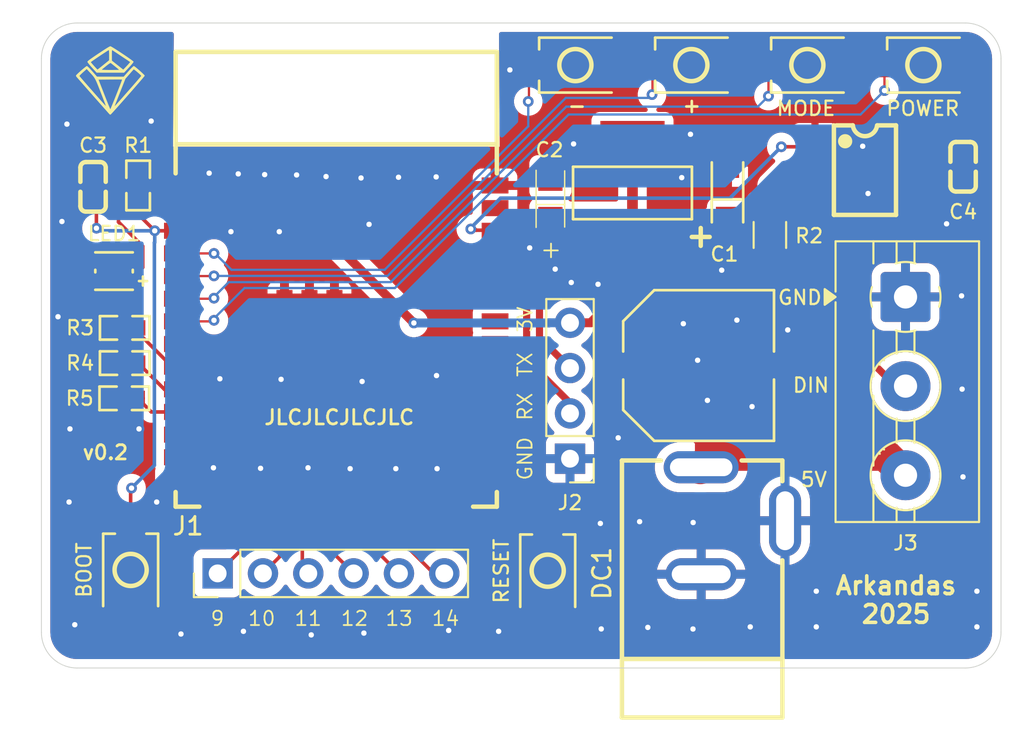
<source format=kicad_pcb>
(kicad_pcb (version 20241229) (generator "pcbnew") (generator_version "9.0")
  (layers (0 "F.Cu" signal "Front") (2 "B.Cu" signal "Back") (13 "F.Paste" user) (15 "B.Paste" user) (5 "F.SilkS" user "F.Silkscreen") (7 "B.SilkS" user "B.Silkscreen") (1 "F.Mask" user) (3 "B.Mask" user) (25 "Edge.Cuts" user))
  (net 0 "")
  (net 1 "GND")
  (net 2 "+5V")
  (net 3 "+3V3")
  (net 4 "Net-(U2-EN)")
  (net 5 "Net-(J1-Pin_6)")
  (net 6 "Net-(J1-Pin_5)")
  (net 7 "Net-(J1-Pin_4)")
  (net 8 "Net-(J1-Pin_3)")
  (net 9 "Net-(J1-Pin_1)")
  (net 10 "Net-(J1-Pin_2)")
  (net 11 "Net-(J2-Pin_2)")
  (net 12 "Net-(J2-Pin_3)")
  (net 13 "Net-(J3-Pin_2)")
  (net 14 "Net-(LED1---Pad1)")
  (net 15 "Net-(LED1---Pad2)")
  (net 16 "Net-(LED1---Pad4)")
  (net 17 "Net-(U4-1Y)")
  (net 18 "Net-(U2-IO17)")
  (net 19 "Net-(U2-IO18)")
  (net 20 "Net-(U2-IO16)")
  (net 21 "Net-(U2-IO0)")
  (net 25 "IO2")
  (net 31 "IO4")
  (net 33 "IO5")
  (net 35 "IO6")
  (net 36 "IO7")
  (footprint "easyeda2kicad:WIFIM-SMD_ESP32-S3-WROOM-1-N8" (layer "F.Cu") (at 178.1 91.2)
    (property "Reference" "U2" (hide yes))
    (property "Value" "ESP32-S3-WROOM-1-N8" (hide yes))
    (pad "1" smd rect (at -8.9 -8.95) (size 1.5 0.9) (layers "F.Cu" "F.Mask" "F.Paste") (net 1 "GND"))
    (pad "2" smd rect (at -8.9 -7.68) (size 1.5 0.9) (layers "F.Cu" "F.Mask" "F.Paste") (net 3 "+3V3"))
    (pad "3" smd rect (at -8.9 -6.41) (size 1.5 0.9) (layers "F.Cu" "F.Mask" "F.Paste") (net 4 "Net-(U2-EN)"))
    (pad "4" smd rect (at -8.9 -5.14) (size 1.5 0.9) (layers "F.Cu" "F.Mask" "F.Paste") (net 31 "IO4"))
    (pad "5" smd rect (at -8.9 -3.87) (size 1.5 0.9) (layers "F.Cu" "F.Mask" "F.Paste") (net 33 "IO5"))
    (pad "6" smd rect (at -8.9 -2.6) (size 1.5 0.9) (layers "F.Cu" "F.Mask" "F.Paste") (net 35 "IO6"))
    (pad "7" smd rect (at -8.9 -1.33) (size 1.5 0.9) (layers "F.Cu" "F.Mask" "F.Paste") (net 36 "IO7"))
    (pad "8" smd rect (at -8.9 -0.06) (size 1.5 0.9) (layers "F.Cu" "F.Mask" "F.Paste"))
    (pad "9" smd rect (at -8.9 1.21) (size 1.5 0.9) (layers "F.Cu" "F.Mask" "F.Paste") (net 20 "Net-(U2-IO16)"))
    (pad "10" smd rect (at -8.9 2.48) (size 1.5 0.9) (layers "F.Cu" "F.Mask" "F.Paste") (net 18 "Net-(U2-IO17)"))
    (pad "11" smd rect (at -8.9 3.75) (size 1.5 0.9) (layers "F.Cu" "F.Mask" "F.Paste") (net 19 "Net-(U2-IO18)"))
    (pad "12" smd rect (at -8.9 5.02) (size 1.5 0.9) (layers "F.Cu" "F.Mask" "F.Paste"))
    (pad "13" smd rect (at -8.9 6.29) (size 1.5 0.9) (layers "F.Cu" "F.Mask" "F.Paste"))
    (pad "14" smd rect (at -8.9 7.56) (size 1.5 0.9) (layers "F.Cu" "F.Mask" "F.Paste"))
    (pad "15" smd rect (at -6.98 8.95) (size 0.9 1.5) (layers "F.Cu" "F.Mask" "F.Paste"))
    (pad "16" smd rect (at -5.71 8.95) (size 0.9 1.5) (layers "F.Cu" "F.Mask" "F.Paste"))
    (pad "17" smd rect (at -4.44 8.95) (size 0.9 1.5) (layers "F.Cu" "F.Mask" "F.Paste") (net 9 "Net-(J1-Pin_1)"))
    (pad "18" smd rect (at -3.17 8.95) (size 0.9 1.5) (layers "F.Cu" "F.Mask" "F.Paste") (net 10 "Net-(J1-Pin_2)"))
    (pad "19" smd rect (at -1.9 8.95) (size 0.9 1.5) (layers "F.Cu" "F.Mask" "F.Paste") (net 8 "Net-(J1-Pin_3)"))
    (pad "20" smd rect (at -0.63 8.95) (size 0.9 1.5) (layers "F.Cu" "F.Mask" "F.Paste") (net 7 "Net-(J1-Pin_4)"))
    (pad "21" smd rect (at 0.64 8.95) (size 0.9 1.5) (layers "F.Cu" "F.Mask" "F.Paste") (net 6 "Net-(J1-Pin_5)"))
    (pad "22" smd rect (at 1.91 8.95) (size 0.9 1.5) (layers "F.Cu" "F.Mask" "F.Paste") (net 5 "Net-(J1-Pin_6)"))
    (pad "23" smd rect (at 3.18 8.95) (size 0.9 1.5) (layers "F.Cu" "F.Mask" "F.Paste"))
    (pad "24" smd rect (at 4.45 8.95) (size 0.9 1.5) (layers "F.Cu" "F.Mask" "F.Paste"))
    (pad "25" smd rect (at 5.72 8.95) (size 0.9 1.5) (layers "F.Cu" "F.Mask" "F.Paste"))
    (pad "26" smd rect (at 6.99 8.95) (size 0.9 1.5) (layers "F.Cu" "F.Mask" "F.Paste"))
    (pad "27" smd rect (at 8.9 7.56) (size 1.5 0.9) (layers "F.Cu" "F.Mask" "F.Paste") (net 21 "Net-(U2-IO0)"))
    (pad "28" smd rect (at 8.9 6.29) (size 1.5 0.9) (layers "F.Cu" "F.Mask" "F.Paste"))
    (pad "29" smd rect (at 8.9 5.02) (size 1.5 0.9) (layers "F.Cu" "F.Mask" "F.Paste"))
    (pad "30" smd rect (at 8.9 3.75) (size 1.5 0.9) (layers "F.Cu" "F.Mask" "F.Paste"))
    (pad "31" smd rect (at 8.9 2.48) (size 1.5 0.9) (layers "F.Cu" "F.Mask" "F.Paste"))
    (pad "32" smd rect (at 8.9 1.21) (size 1.5 0.9) (layers "F.Cu" "F.Mask" "F.Paste"))
    (pad "33" smd rect (at 8.9 -0.06) (size 1.5 0.9) (layers "F.Cu" "F.Mask" "F.Paste"))
    (pad "34" smd rect (at 8.9 -1.33) (size 1.5 0.9) (layers "F.Cu" "F.Mask" "F.Paste"))
    (pad "35" smd rect (at 8.9 -2.6) (size 1.5 0.9) (layers "F.Cu" "F.Mask" "F.Paste"))
    (pad "36" smd rect (at 8.9 -3.87) (size 1.5 0.9) (layers "F.Cu" "F.Mask" "F.Paste") (net 11 "Net-(J2-Pin_2)"))
    (pad "37" smd rect (at 8.9 -5.14) (size 1.5 0.9) (layers "F.Cu" "F.Mask" "F.Paste") (net 12 "Net-(J2-Pin_3)"))
    (pad "38" smd rect (at 8.9 -6.41) (size 1.5 0.9) (layers "F.Cu" "F.Mask" "F.Paste") (net 25 "IO2"))
    (pad "39" smd rect (at 8.9 -7.68) (size 1.5 0.9) (layers "F.Cu" "F.Mask" "F.Paste"))
    (pad "40" smd rect (at 8.9 -8.95) (size 1.5 0.9) (layers "F.Cu" "F.Mask" "F.Paste") (net 1 "GND"))
    (pad "41" smd rect (at -2.9 -2.64 90) (size 0.9 0.9) (layers "F.Cu" "F.Mask" "F.Paste") (net 1 "GND"))
    (pad "41" smd rect (at -2.9 -1.24 90) (size 0.9 0.9) (layers "F.Cu" "F.Mask" "F.Paste") (net 1 "GND"))
    (pad "41" smd rect (at -2.9 0.16 90) (size 0.9 0.9) (layers "F.Cu" "F.Mask" "F.Paste") (net 1 "GND"))
    (pad "41" smd rect (at -1.5 -2.64 90) (size 0.9 0.9) (layers "F.Cu" "F.Mask" "F.Paste") (net 1 "GND"))
    (pad "41" smd rect (at -1.5 -1.24 90) (size 0.9 0.9) (layers "F.Cu" "F.Mask" "F.Paste") (net 1 "GND"))
    (pad "41" smd rect (at -1.5 0.16 90) (size 0.9 0.9) (layers "F.Cu" "F.Mask" "F.Paste") (net 1 "GND"))
    (pad "41" smd rect (at -0.1 -2.64 90) (size 0.9 0.9) (layers "F.Cu" "F.Mask" "F.Paste") (net 1 "GND"))
    (pad "41" smd rect (at -0.1 -1.24 90) (size 0.9 0.9) (layers "F.Cu" "F.Mask" "F.Paste") (net 1 "GND"))
    (pad "41" smd rect (at -0.1 0.16 90) (size 0.9 0.9) (layers "F.Cu" "F.Mask" "F.Paste") (net 1 "GND"))
  )
  (footprint "easyeda2kicad:SW-SMD_L3.9-W3.0-P4.45" (layer "F.Cu") (at 166.58 103.8067 -90)
    (property "Reference" "SW1" (hide yes))
    (property "Value" "BOOT" (hide yes))
    (pad "1" smd rect (at -2.18 0 270) (size 1.23 1.36) (layers "F.Cu" "F.Mask" "F.Paste") (net 4 "Net-(U2-EN)"))
    (pad "2" smd rect (at 2.18 0 270) (size 1.23 1.36) (layers "F.Cu" "F.Mask" "F.Paste") (net 1 "GND"))
  )
  (footprint "easyeda2kicad:SW-SMD_L3.9-W3.0-P4.45" (layer "F.Cu") (at 211 75.5)
    (property "Reference" "SW6" (hide yes))
    (property "Value" "POWER" (hide yes))
    (pad "1" smd rect (at -2.18 0) (size 1.23 1.36) (layers "F.Cu" "F.Mask" "F.Paste") (net 36 "IO7"))
    (pad "2" smd rect (at 2.18 0) (size 1.23 1.36) (layers "F.Cu" "F.Mask" "F.Paste") (net 1 "GND"))
  )
  (footprint "Resistor_SMD:R_1206_3216Metric" (layer "F.Cu") (at 202.4 85.025 -90)
    (property "Reference" "R2" (at 0.05 -2.2 0) (layer "F.SilkS") (effects (font (size 0.8 0.8) (thickness 0.125))))
    (property "Value" "62R" (hide yes))
    (pad "1" smd roundrect (at -1.4625 0 270) (size 1.125 1.75) (layers "F.Cu" "F.Mask" "F.Paste") (roundrect_rratio 0.222222) (net 17 "Net-(U4-1Y)"))
    (pad "2" smd roundrect (at 1.4625 0 270) (size 1.125 1.75) (layers "F.Cu" "F.Mask" "F.Paste") (roundrect_rratio 0.222222) (net 13 "Net-(J3-Pin_2)"))
  )
  (footprint "easyeda2kicad:C0603" (layer "F.Cu") (at 213.2267 81.2 -90)
    (property "Reference" "C4" (at 2.525 0 0) (layer "F.SilkS") (effects (font (size 0.8 0.8) (thickness 0.125))))
    (property "Value" "1uf")
    (pad "1" smd rect (at -0.7 0 270) (size 0.8 0.9) (layers "F.Cu" "F.Mask" "F.Paste") (net 1 "GND"))
    (pad "2" smd rect (at 0.7 0 270) (size 0.8 0.9) (layers "F.Cu" "F.Mask" "F.Paste") (net 2 "+5V"))
  )
  (footprint "easyeda2kicad:LED-ARRAY-SMD_4P-L2.1-W2.1-TL_NH-B2020RGBA" (layer "F.Cu") (at 165.65 87.05)
    (property "Reference" "LED1" (at 0 -2.1 0) (layer "F.SilkS") (effects (font (size 0.8 0.8) (thickness 0.125))))
    (property "Value" "NH-B2020RGBA-HF" (hide yes))
    (pad "1" smd rect (at -0.85 -0.55) (size 0.8 0.7) (layers "F.Cu" "F.Mask" "F.Paste") (net 14 "Net-(LED1---Pad1)"))
    (pad "2" smd rect (at 0.85 -0.55) (size 0.8 0.7) (layers "F.Cu" "F.Mask" "F.Paste") (net 15 "Net-(LED1---Pad2)"))
    (pad "3" smd rect (at 0.85 0.55) (size 0.8 0.7) (layers "F.Cu" "F.Mask" "F.Paste") (net 3 "+3V3"))
    (pad "4" smd rect (at -0.85 0.55) (size 0.8 0.7) (layers "F.Cu" "F.Mask" "F.Paste") (net 16 "Net-(LED1---Pad4)"))
  )
  (footprint "Connector_PinHeader_2.54mm:PinHeader_1x04_P2.54mm_Vertical" (layer "F.Cu") (at 191.2 97.57 180)
    (property "Reference" "J2" (at 0 -2.47 0) (layer "F.SilkS") (effects (font (size 0.8 0.8) (thickness 0.125))))
    (property "Value" "Prog")
    (pad "1" thru_hole rect (at 0 0 180) (size 1.7 1.7) (drill 1) (layers "*.Cu" "*.Mask") (net 1 "GND"))
    (pad "2" thru_hole oval (at 0 2.54 180) (size 1.7 1.7) (drill 1) (layers "*.Cu" "*.Mask") (net 11 "Net-(J2-Pin_2)"))
    (pad "3" thru_hole oval (at 0 5.08 180) (size 1.7 1.7) (drill 1) (layers "*.Cu" "*.Mask") (net 12 "Net-(J2-Pin_3)"))
    (pad "4" thru_hole oval (at 0 7.62 180) (size 1.7 1.7) (drill 1) (layers "*.Cu" "*.Mask") (net 3 "+3V3"))
  )
  (footprint "easyeda2kicad:SW-SMD_L3.9-W3.0-P4.45" (layer "F.Cu") (at 189.95 103.85 -90)
    (property "Reference" "SW2" (hide yes))
    (property "Value" "RESET" (hide yes))
    (pad "1" smd rect (at -2.18 0 270) (size 1.23 1.36) (layers "F.Cu" "F.Mask" "F.Paste") (net 21 "Net-(U2-IO0)"))
    (pad "2" smd rect (at 2.18 0 270) (size 1.23 1.36) (layers "F.Cu" "F.Mask" "F.Paste") (net 1 "GND"))
  )
  (footprint "TerminalBlock:TerminalBlock_MaiXu_MX126-5.0-03P_1x03_P5.00mm" (layer "F.Cu") (at 210 88.5 -90)
    (property "Reference" "J3" (at 13.8 0 0) (layer "F.SilkS") (effects (font (size 0.8 0.8) (thickness 0.125))))
    (property "Value" "LED_Conn" (hide yes))
    (pad "1" thru_hole roundrect (at 0 0 270) (size 2.8 2.8) (drill 1.3) (layers "*.Cu" "*.Mask") (roundrect_rratio 0.089286) (net 1 "GND"))
    (pad "2" thru_hole circle (at 5 0 270) (size 2.8 2.8) (drill 1.3) (layers "*.Cu" "*.Mask") (net 13 "Net-(J3-Pin_2)"))
    (pad "3" thru_hole circle (at 10 0 270) (size 2.8 2.8) (drill 1.3) (layers "*.Cu" "*.Mask") (net 2 "+5V"))
  )
  (footprint "easyeda2kicad:R0603" (layer "F.Cu") (at 166.25 92.21)
    (property "Reference" "R4" (at -2.5 0 0) (layer "F.SilkS") (effects (font (size 0.8 0.8) (thickness 0.125))))
    (property "Value" "180R" (hide yes))
    (pad "1" smd rect (at -0.75 0) (size 0.81 0.86) (layers "F.Cu" "F.Mask" "F.Paste") (net 14 "Net-(LED1---Pad1)"))
    (pad "2" smd rect (at 0.75 0) (size 0.81 0.86) (layers "F.Cu" "F.Mask" "F.Paste") (net 18 "Net-(U2-IO17)"))
  )
  (footprint "easyeda2kicad:CAP-SMD_BD8.0-L8.3-W8.3-LS9.1-FD" (layer "F.Cu") (at 198.41 92.35)
    (property "Reference" "U3" (hide yes))
    (property "Value" "1000uf")
    (pad "1" smd rect (at -3.29 0 180) (size 3.61 1.26) (layers "F.Cu" "F.Mask" "F.Paste") (net 2 "+5V"))
    (pad "2" smd rect (at 3.29 0 180) (size 3.61 1.26) (layers "F.Cu" "F.Mask" "F.Paste") (net 1 "GND"))
  )
  (footprint "easyeda2kicad:CAP-SMD_L3.2-W1.6-RD-C7171" (layer "F.Cu") (at 200.025 82.635 90)
    (property "Reference" "C1" (at -3.465 -0.175 180) (layer "F.SilkS") (effects (font (size 0.8 0.8) (thickness 0.125))))
    (property "Value" "10uf" (hide yes))
    (pad "1" smd rect (at -1.69 0 270) (size 1.76 1.3) (layers "F.Cu" "F.Mask" "F.Paste") (net 2 "+5V"))
    (pad "2" smd rect (at 1.69 0 270) (size 1.76 1.3) (layers "F.Cu" "F.Mask" "F.Paste") (net 1 "GND"))
  )
  (footprint "easyeda2kicad:TSSOP-14_L5.0-W4.4-P0.65-LS6.4-BL" (layer "F.Cu") (at 207.7267 81.4 -90)
    (property "Reference" "U4" (hide yes))
    (property "Value" "SN74AHCT125PWR" (hide yes))
    (pad "1" smd rect (at -1.95 2.8 270) (size 0.4 1.7) (layers "F.Cu" "F.Mask" "F.Paste") (net 1 "GND"))
    (pad "2" smd rect (at -1.3 2.8 270) (size 0.4 1.7) (layers "F.Cu" "F.Mask" "F.Paste") (net 25 "IO2"))
    (pad "3" smd rect (at -0.65 2.8 270) (size 0.4 1.7) (layers "F.Cu" "F.Mask" "F.Paste") (net 17 "Net-(U4-1Y)"))
    (pad "4" smd rect (at 0 2.8 270) (size 0.4 1.7) (layers "F.Cu" "F.Mask" "F.Paste") (net 2 "+5V"))
    (pad "5" smd rect (at 0.65 2.8 270) (size 0.4 1.7) (layers "F.Cu" "F.Mask" "F.Paste") (net 1 "GND"))
    (pad "6" smd rect (at 1.3 2.8 270) (size 0.4 1.7) (layers "F.Cu" "F.Mask" "F.Paste"))
    (pad "7" smd rect (at 1.95 2.8 270) (size 0.4 1.7) (layers "F.Cu" "F.Mask" "F.Paste") (net 1 "GND"))
    (pad "8" smd rect (at 1.95 -2.8 270) (size 0.4 1.7) (layers "F.Cu" "F.Mask" "F.Paste"))
    (pad "9" smd rect (at 1.3 -2.8 270) (size 0.4 1.7) (layers "F.Cu" "F.Mask" "F.Paste") (net 1 "GND"))
    (pad "10" smd rect (at 0.65 -2.8 270) (size 0.4 1.7) (layers "F.Cu" "F.Mask" "F.Paste") (net 2 "+5V"))
    (pad "11" smd rect (at 0 -2.8 270) (size 0.4 1.7) (layers "F.Cu" "F.Mask" "F.Paste"))
    (pad "12" smd rect (at -0.65 -2.8 270) (size 0.4 1.7) (layers "F.Cu" "F.Mask" "F.Paste") (net 1 "GND"))
    (pad "13" smd rect (at -1.3 -2.8 270) (size 0.4 1.7) (layers "F.Cu" "F.Mask" "F.Paste") (net 2 "+5V"))
    (pad "14" smd rect (at -1.95 -2.8 270) (size 0.4 1.7) (layers "F.Cu" "F.Mask" "F.Paste") (net 2 "+5V"))
  )
  (footprint "logos:logo2" (layer "F.Cu") (at 165.44 76.35)
    (property "Reference" "G***" (hide yes))
    (property "Value" "LOGO" (hide yes))
  )
  (footprint "easyeda2kicad:SOT-223-3_L6.5-W3.4-P2.30-LS7.0-BR" (layer "F.Cu") (at 194.7 82.77 -90)
    (property "Reference" "U1" (hide yes))
    (property "Value" "LM1117S-3.3" (hide yes))
    (pad "1" smd rect (at 2.97 2.3 270) (size 2.5 1.1) (layers "F.Cu" "F.Mask" "F.Paste") (net 1 "GND"))
    (pad "2" smd rect (at 2.97 0 270) (size 2.5 1.1) (layers "F.Cu" "F.Mask" "F.Paste") (net 3 "+3V3"))
    (pad "3" smd rect (at 2.97 -2.3 270) (size 2.5 1.1) (layers "F.Cu" "F.Mask" "F.Paste") (net 2 "+5V"))
    (pad "4" smd rect (at -2.97 0 270) (size 2.34 3.6) (layers "F.Cu" "F.Mask" "F.Paste") (net 3 "+3V3"))
  )
  (footprint "easyeda2kicad:R0603" (layer "F.Cu") (at 166.25 90.235)
    (property "Reference" "R3" (at -2.5 0 0) (layer "F.SilkS") (effects (font (size 0.8 0.8) (thickness 0.125))))
    (property "Value" "120R" (hide yes))
    (pad "1" smd rect (at -0.75 0) (size 0.81 0.86) (layers "F.Cu" "F.Mask" "F.Paste") (net 16 "Net-(LED1---Pad4)"))
    (pad "2" smd rect (at 0.75 0) (size 0.81 0.86) (layers "F.Cu" "F.Mask" "F.Paste") (net 20 "Net-(U2-IO16)"))
  )
  (footprint "Connector_PinHeader_2.54mm:PinHeader_1x06_P2.54mm_Vertical" (layer "F.Cu") (at 171.455 104.0017 90)
    (property "Reference" "J1" (at 2.6517 -1.655 180) (layer "F.SilkS"))
    (property "Value" "header" (hide yes))
    (pad "1" thru_hole rect (at 0 0 90) (size 1.7 1.7) (drill 1) (layers "*.Cu" "*.Mask") (net 9 "Net-(J1-Pin_1)"))
    (pad "2" thru_hole oval (at 0 2.54 90) (size 1.7 1.7) (drill 1) (layers "*.Cu" "*.Mask") (net 10 "Net-(J1-Pin_2)"))
    (pad "3" thru_hole oval (at 0 5.08 90) (size 1.7 1.7) (drill 1) (layers "*.Cu" "*.Mask") (net 8 "Net-(J1-Pin_3)"))
    (pad "4" thru_hole oval (at 0 7.62 90) (size 1.7 1.7) (drill 1) (layers "*.Cu" "*.Mask") (net 7 "Net-(J1-Pin_4)"))
    (pad "5" thru_hole oval (at 0 10.16 90) (size 1.7 1.7) (drill 1) (layers "*.Cu" "*.Mask") (net 6 "Net-(J1-Pin_5)"))
    (pad "6" thru_hole oval (at 0 12.7 90) (size 1.7 1.7) (drill 1) (layers "*.Cu" "*.Mask") (net 5 "Net-(J1-Pin_6)"))
  )
  (footprint "easyeda2kicad:R0603" (layer "F.Cu") (at 167 82.25 -90)
    (property "Reference" "R1" (at -2.25 0 0) (layer "F.SilkS") (effects (font (size 0.8 0.8) (thickness 0.125))))
    (property "Value" "10K" (hide yes))
    (pad "1" smd rect (at -0.75 0 270) (size 0.81 0.86) (layers "F.Cu" "F.Mask" "F.Paste") (net 3 "+3V3"))
    (pad "2" smd rect (at 0.75 0 270) (size 0.81 0.86) (layers "F.Cu" "F.Mask" "F.Paste") (net 4 "Net-(U2-EN)"))
  )
  (footprint "easyeda2kicad:R0603" (layer "F.Cu") (at 166.225 94.185)
    (property "Reference" "R5" (at -2.5 0 0) (layer "F.SilkS") (effects (font (size 0.8 0.8) (thickness 0.125))))
    (property "Value" "180R" (hide yes))
    (pad "1" smd rect (at -0.75 0) (size 0.81 0.86) (layers "F.Cu" "F.Mask" "F.Paste") (net 15 "Net-(LED1---Pad2)"))
    (pad "2" smd rect (at 0.75 0) (size 0.81 0.86) (layers "F.Cu" "F.Mask" "F.Paste") (net 19 "Net-(U2-IO18)"))
  )
  (footprint "easyeda2kicad:C0603" (layer "F.Cu") (at 164.475 82.325 -90)
    (property "Reference" "C3" (at -2.325 0 0) (layer "F.SilkS") (effects (font (size 0.8 0.8) (thickness 0.125))))
    (property "Value" "1uf" (hide yes))
    (pad "1" smd rect (at -0.7 0 270) (size 0.8 0.9) (layers "F.Cu" "F.Mask" "F.Paste") (net 1 "GND"))
    (pad "2" smd rect (at 0.7 0 270) (size 0.8 0.9) (layers "F.Cu" "F.Mask" "F.Paste") (net 4 "Net-(U2-EN)"))
  )
  (footprint "easyeda2kicad:SW-SMD_L3.9-W3.0-P4.45" (layer "F.Cu") (at 204.5 75.5)
    (property "Reference" "SW5" (hide yes))
    (property "Value" "MODE" (hide yes))
    (pad "1" smd rect (at -2.18 0) (size 1.23 1.36) (layers "F.Cu" "F.Mask" "F.Paste") (net 35 "IO6"))
    (pad "2" smd rect (at 2.18 0) (size 1.23 1.36) (layers "F.Cu" "F.Mask" "F.Paste") (net 1 "GND"))
  )
  (footprint "easyeda2kicad:SW-SMD_L3.9-W3.0-P4.45" (layer "F.Cu") (at 191.5 75.5)
    (property "Reference" "SW3" (hide yes))
    (property "Value" "-" (hide yes))
    (pad "1" smd rect (at -2.18 0) (size 1.23 1.36) (layers "F.Cu" "F.Mask" "F.Paste") (net 31 "IO4"))
    (pad "2" smd rect (at 2.18 0) (size 1.23 1.36) (layers "F.Cu" "F.Mask" "F.Paste") (net 1 "GND"))
  )
  (footprint "easyeda2kicad:CASE-A_3216" (layer "F.Cu") (at 190.1 83 90)
    (property "Reference" "C2" (at 2.75 -0.05 0) (layer "F.SilkS") (effects (font (size 0.8 0.8) (thickness 0.125))))
    (property "Value" "22uf")
    (pad "1" smd rect (at -1.2 0 90) (size 1.5 1.36) (layers "F.Cu" "F.Mask" "F.Paste") (net 3 "+3V3"))
    (pad "2" smd rect (at 1.2 0 90) (size 1.5 1.36) (layers "F.Cu" "F.Mask" "F.Paste") (net 1 "GND"))
  )
  (footprint "easyeda2kicad:DC-IN-TH_DC-005-5A-2.5" (layer "F.Cu") (at 200.9 101.05 90)
    (property "Reference" "DC1" (at -2.95 -7.91 90) (layer "F.SilkS"))
    (property "Value" "5V 10A")
    (pad "1" thru_hole oval (at 3 -2.35 180) (size 4.2 1.8) (drill oval 3.499993 0.999998) (layers "*.Cu" "*.Mask") (net 2 "+5V"))
    (pad "2" thru_hole oval (at -3 -2.35) (size 4 1.8) (drill oval 3.299968 0.999998) (layers "*.Cu" "*.Mask") (net 1 "GND"))
    (pad "3" thru_hole oval (at 0 2.35 90) (size 4 1.8) (drill oval 3.299993 0.999998) (layers "*.Cu" "*.Mask") (net 1 "GND"))
  )
  (footprint "easyeda2kicad:SW-SMD_L3.9-W3.0-P4.45" (layer "F.Cu") (at 198 75.5)
    (property "Reference" "SW4" (hide yes))
    (property "Value" "+" (hide yes))
    (pad "1" smd rect (at -2.18 0) (size 1.23 1.36) (layers "F.Cu" "F.Mask" "F.Paste") (net 33 "IO5"))
    (pad "2" smd rect (at 2.18 0) (size 1.23 1.36) (layers "F.Cu" "F.Mask" "F.Paste") (net 1 "GND"))
  )
  (gr_line (start 215.35 75.14) (end 215.35 107.305) (stroke (width 0.05)) (layer "Edge.Cuts"))
  (gr_line (start 163.58 73.14) (end 213.35 73.14) (stroke (width 0.05)) (layer "Edge.Cuts"))
  (gr_arc (start 213.35 73.14) (mid 214.764214 73.725786) (end 215.35 75.14) (stroke (width 0.05)) (layer "Edge.Cuts"))
  (gr_arc (start 215.35 107.305) (mid 214.764214 108.719214) (end 213.35 109.305) (stroke (width 0.05)) (layer "Edge.Cuts"))
  (gr_arc (start 161.58 75.14) (mid 162.165786 73.725786) (end 163.58 73.14) (stroke (width 0.05)) (layer "Edge.Cuts"))
  (gr_arc (start 163.58 109.305) (mid 162.165786 108.719214) (end 161.58 107.305) (stroke (width 0.05)) (layer "Edge.Cuts"))
  (gr_line (start 213.35 109.305) (end 163.58 109.305) (stroke (width 0.05)) (layer "Edge.Cuts"))
  (gr_line (start 161.58 107.305) (end 161.58 75.14) (stroke (width 0.05)) (layer "Edge.Cuts"))
  (gr_text "-" (at 191 78.24 0) (layer "F.SilkS") (effects (font (size 0.8 0.8) (thickness 0.15) (bold yes)) (justify left bottom)))
  (gr_text "Arkandas\n2025" (at 209.47 105.49 0) (layer "F.SilkS") (effects (font (size 1 1) (thickness 0.2) (bold yes))))
  (gr_text "JLCJLCJLCJLC" (at 173.99 95.73 0) (layer "F.SilkS") (effects (font (size 0.8128 0.8128) (thickness 0.1524) (bold yes)) (justify left bottom)))
  (gr_text "+" (at 189.45 86.4 0) (layer "F.SilkS") (effects (font (size 1 1) (thickness 0.1)) (justify left bottom)))
  (gr_text "11" (at 175.7 107 0) (layer "F.SilkS") (effects (font (size 0.8 0.8) (thickness 0.1)) (justify left bottom)))
  (gr_text "13" (at 180.8 107 0) (layer "F.SilkS") (effects (font (size 0.8 0.8) (thickness 0.1)) (justify left bottom)))
  (gr_text "POWER" (at 208.85 78.4 0) (layer "F.SilkS") (effects (font (size 0.8 0.8) (thickness 0.125)) (justify left bottom)))
  (gr_text "3V" (at 189.15 90.55 90) (layer "F.SilkS") (effects (font (size 0.8 0.8) (thickness 0.1)) (justify left bottom)))
  (gr_text "MODE" (at 202.7 78.4 0) (layer "F.SilkS") (effects (font (size 0.8 0.8) (thickness 0.125)) (justify left bottom)))
  (gr_text "+" (at 197.43 78.23 0) (layer "F.SilkS") (effects (font (size 0.8 0.8) (thickness 0.15) (bold yes)) (justify left bottom)))
  (gr_text "v0.2" (at 163.81 97.69 0) (layer "F.SilkS") (effects (font (size 0.8 0.8) (thickness 0.1524) (bold yes)) (justify left bottom)))
  (gr_text "TX" (at 189.15 93.05 90) (layer "F.SilkS") (effects (font (size 0.8 0.8) (thickness 0.1)) (justify left bottom)))
  (gr_text "GND" (at 189.15 98.85 90) (layer "F.SilkS") (effects (font (size 0.8 0.8) (thickness 0.1)) (justify left bottom)))
  (gr_text "DIN" (at 203.61 93.92 0) (layer "F.SilkS") (effects (font (size 0.8 0.8) (thickness 0.125)) (justify left bottom)))
  (gr_text "12" (at 178.3 107 0) (layer "F.SilkS") (effects (font (size 0.8 0.8) (thickness 0.1)) (justify left bottom)))
  (gr_text "GND" (at 202.78 89 0) (layer "F.SilkS") (effects (font (size 0.8 0.8) (thickness 0.125)) (justify left bottom)))
  (gr_text "14" (at 183.4 107 0) (layer "F.SilkS") (effects (font (size 0.8 0.8) (thickness 0.1)) (justify left bottom)))
  (gr_text "5V" (at 204.06 99.21 0) (layer "F.SilkS") (effects (font (size 0.8 0.8) (thickness 0.125)) (justify left bottom)))
  (gr_text "RX" (at 189.15 95.5 90) (layer "F.SilkS") (effects (font (size 0.8 0.8) (thickness 0.1)) (justify left bottom)))
  (gr_text "RESET" (at 187.82 105.76 90) (layer "F.SilkS") (effects (font (size 0.8 0.8) (thickness 0.125)) (justify left bottom)))
  (gr_text "BOOT" (at 164.44 105.44 90) (layer "F.SilkS") (effects (font (size 0.8 0.8) (thickness 0.125)) (justify left bottom)))
  (gr_text "9" (at 171 107 0) (layer "F.SilkS") (effects (font (size 0.8 0.8) (thickness 0.1)) (justify left bottom)))
  (gr_text "10" (at 173.1 107 0) (layer "F.SilkS") (effects (font (size 0.8 0.8) (thickness 0.1)) (justify left bottom)))
  (segment (start 210.527 80.75) (end 210.5267 80.75) (width 0.2) (layer "F.Cu") (net 1))
  (segment (start 207.25 82.05) (end 207.9 82.7) (width 0.2) (layer "F.Cu") (net 1))
  (segment (start 187.08 82.17) (end 187 82.25) (width 0.2) (layer "F.Cu") (net 1))
  (segment (start 207.25 83.35) (end 207.9 82.7) (width 0.2) (layer "F.Cu") (net 1))
  (segment (start 208.3 80.75) (end 207.6 80.05) (width 0.2) (layer "F.Cu") (net 1))
  (segment (start 204.927 83.35) (end 207.25 83.35) (width 0.2) (layer "F.Cu") (net 1))
  (segment (start 210.527 82.7) (end 210.5267 82.7) (width 0.2) (layer "F.Cu") (net 1))
  (segment (start 204.927 82.05) (end 207.25 82.05) (width 0.2) (layer "F.Cu") (net 1))
  (segment (start 204.9267 79.45) (end 207 79.45) (width 0.2) (layer "F.Cu") (net 1))
  (segment (start 190.1 81.8) (end 189.73 82.17) (width 0.2) (layer "F.Cu") (net 1))
  (segment (start 207 79.45) (end 207.6 80.05) (width 0.2) (layer "F.Cu") (net 1))
  (segment (start 210.5267 82.7) (end 207.9 82.7) (width 0.2) (layer "F.Cu") (net 1))
  (segment (start 210.5267 80.75) (end 208.3 80.75) (width 0.2) (layer "F.Cu") (net 1))
  (via (at 199.7 87) (size 0.6) (drill 0.3) (layers "F.Cu" "B.Cu") (net 1))
  (via (at 179.94 84.43) (size 0.6) (drill 0.3) (layers "F.Cu" "B.Cu") (net 1))
  (via (at 179.65 107.35) (size 0.6) (drill 0.3) (layers "F.Cu" "B.Cu") (net 1))
  (via (at 207.6 80.05) (size 0.6) (drill 0.3) (layers "F.Cu" "B.Cu") (net 1))
  (via (at 212.3 84.4) (size 0.6) (drill 0.3) (layers "F.Cu" "B.Cu") (net 1))
  (via (at 171.22 98.08) (size 0.6) (drill 0.3) (layers "F.Cu" "B.Cu") (net 1))
  (via (at 176.7 107.45) (size 0.6) (drill 0.3) (layers "F.Cu" "B.Cu") (net 1))
  (via (at 174.91 84.84) (size 0.6) (drill 0.3) (layers "F.Cu" "B.Cu") (net 1))
  (via (at 192.9 101.2) (size 0.6) (drill 0.3) (layers "F.Cu" "B.Cu") (net 1))
  (via (at 207.9 82.7) (size 0.6) (drill 0.3) (layers "F.Cu" "B.Cu") (net 1))
  (via (at 172.9 107.25) (size 0.6) (drill 0.3) (layers "F.Cu" "B.Cu") (net 1))
  (via (at 195.56 107.03) (size 0.6) (drill 0.3) (layers "F.Cu" "B.Cu") (net 1))
  (via (at 197.95 79.38) (size 0.6) (drill 0.3) (layers "F.Cu" "B.Cu") (net 1))
  (via (at 176.52 98.08) (size 0.6) (drill 0.3) (layers "F.Cu" "B.Cu") (net 1))
  (via (at 195.1 101.1) (size 0.6) (drill 0.3) (layers "F.Cu" "B.Cu") (net 1))
  (via (at 193.9 96.4) (size 0.6) (drill 0.3) (layers "F.Cu" "B.Cu") (net 1))
  (via (at 205 105) (size 0.6) (drill 0.3) (layers "F.Cu" "B.Cu") (net 1))
  (via (at 179.49 81.83) (size 0.6) (drill 0.3) (layers "F.Cu" "B.Cu") (net 1))
  (via (at 198.35 92.05) (size 0.6) (drill 0.3) (layers "F.Cu" "B.Cu") (net 1))
  (via (at 198.9 94.3) (size 0.6) (drill 0.3) (layers "F.Cu" "B.Cu") (net 1))
  (via (at 191.27 87.69) (size 0.6) (drill 0.3) (layers "F.Cu" "B.Cu") (net 1))
  (via (at 175.01 93.12) (size 0.6) (drill 0.3) (layers "F.Cu" "B.Cu") (net 1))
  (via (at 192.77 87.79) (size 0.6) (drill 0.3) (layers "F.Cu" "B.Cu") (net 1))
  (via (at 198.1 101.15) (size 0.6) (drill 0.3) (layers "F.Cu" "B.Cu") (net 1))
  (via (at 173.86 98.11) (size 0.6) (drill 0.3) (layers "F.Cu" "B.Cu") (net 1))
  (via (at 163.45 106.88) (size 0.6) (drill 0.3) (layers "F.Cu" "B.Cu") (net 1))
  (via (at 203.4 90.35) (size 0.6) (drill 0.3) (layers "F.Cu" "B.Cu") (net 1))
  (via (at 183.7 81.77) (size 0.6) (drill 0.3) (layers "F.Cu" "B.Cu") (net 1))
  (via (at 183.72 92.91) (size 0.6) (drill 0.3) (layers "F.Cu" "B.Cu") (net 1))
  (via (at 167.05 95.9) (size 0.6) (drill 0.3) (layers "F.Cu" "B.Cu") (net 1))
  (via (at 170.98 81.56) (size 0.6) (drill 0.3) (layers "F.Cu" "B.Cu") (net 1))
  (via (at 163.18 95.9) (size 0.6) (drill 0.3) (layers "F.Cu" "B.Cu") (net 1))
  (via (at 214 105) (size 0.6) (drill 0.3) (layers "F.Cu" "B.Cu") (net 1))
  (via (at 184.4 107.2) (size 0.6) (drill 0.3) (layers "F.Cu" "B.Cu") (net 1))
  (via (at 162.73 84.27) (size 0.6) (drill 0.3) (layers "F.Cu" "B.Cu") (net 1))
  (via (at 163.01 78.81) (size 0.6) (drill 0.3) (layers "F.Cu" "B.Cu") (net 1))
  (via (at 181.44 98.13) (size 0.6) (drill 0.3) (layers "F.Cu" "B.Cu") (net 1))
  (via (at 201.3 107) (size 0.6) (drill 0.3) (layers "F.Cu" "B.Cu") (net 1))
  (via (at 213.14 88.44) (size 0.6) (drill 0.3) (layers "F.Cu" "B.Cu") (net 1))
  (via (at 174.09 81.64) (size 0.6) (drill 0.3) (layers "F.Cu" "B.Cu") (net 1))
  (via (at 188.94 85.75) (size 0.6) (drill 0.3) (layers "F.Cu" "B.Cu") (net 1))
  (via (at 179.55 93.24) (size 0.6) (drill 0.3) (layers "F.Cu" "B.Cu") (net 1))
  (via (at 213.17 93.67) (size 0.6) (drill 0.3) (layers "F.Cu" "B.Cu") (net 1))
  (via (at 181.59 81.79) (size 0.6) (drill 0.3) (layers "F.Cu" "B.Cu") (net 1))
  (via (at 205 107) (size 0.6) (drill 0.3) (layers "F.Cu" "B.Cu") (net 1))
  (via (at 187.83 75.77) (size 0.6) (drill 0.3) (layers "F.Cu" "B.Cu") (net 1))
  (via (at 187.2 107.25) (size 0.6) (drill 0.3) (layers "F.Cu" "B.Cu") (net 1))
  (via (at 192.95 107.116301) (size 0.6) (drill 0.3) (layers "F.Cu" "B.Cu") (net 1))
  (via (at 200.55 89.8) (size 0.6) (drill 0.3) (layers "F.Cu" "B.Cu") (net 1))
  (via (at 183.75 98.13) (size 0.6) (drill 0.3) (layers "F.Cu" "B.Cu") (net 1))
  (via (at 167.73 78.64) (size 0.6) (drill 0.3) (layers "F.Cu" "B.Cu") (net 1))
  (via (at 197.46 81.81) (size 0.6) (drill 0.3) (layers "F.Cu" "B.Cu") (net 1))
  (via (at 172.61 81.6) (size 0.6) (drill 0.3) (layers "F.Cu" "B.Cu") (net 1))
  (via (at 175.88 81.66) (size 0.6) (drill 0.3) (layers "F.Cu" "B.Cu") (net 1))
  (via (at 178.88 98.13) (size 0.6) (drill 0.3) (layers "F.Cu" "B.Cu") (net 1))
  (via (at 168.04 100) (size 0.6) (drill 0.3) (layers "F.Cu" "B.Cu") (net 1))
  (via (at 198.09 107.12) (size 0.6) (drill 0.3) (layers "F.Cu" "B.Cu") (net 1))
  (via (at 190.37 86.94) (size 0.6) (drill 0.3) (layers "F.Cu" "B.Cu") (net 1))
  (via (at 162.51 89.61) (size 0.6) (drill 0.3) (layers "F.Cu" "B.Cu") (net 1))
  (via (at 213.22 98.59) (size 0.6) (drill 0.3) (layers "F.Cu" "B.Cu") (net 1))
  (via (at 172.2 84.84) (size 0.6) (drill 0.3) (layers "F.Cu" "B.Cu") (net 1))
  (via (at 169.4 107.4) (size 0.6) (drill 0.3) (layers "F.Cu" "B.Cu") (net 1))
  (via (at 163.13 100) (size 0.6) (drill 0.3) (layers "F.Cu" "B.Cu") (net 1))
  (via (at 177.53 81.75) (size 0.6) (drill 0.3) (layers "F.Cu" "B.Cu") (net 1))
  (via (at 197.55 90) (size 0.6) (drill 0.3) (layers "F.Cu" "B.Cu") (net 1))
  (via (at 191.4 79.92) (size 0.6) (drill 0.3) (layers "F.Cu" "B.Cu") (net 1))
  (via (at 171.58 93.09) (size 0.6) (drill 0.3) (layers "F.Cu" "B.Cu") (net 1))
  (via (at 214 107) (size 0.6) (drill 0.3) (layers "F.Cu" "B.Cu") (net 1))
  (via (at 201.4 94.65) (size 0.6) (drill 0.3) (layers "F.Cu" "B.Cu") (net 1))
  (segment (start 199.549 84.325) (end 199.671 84.4467) (width 0.2) (layer "F.Cu") (net 2))
  (segment (start 195.12 89.1717) (end 197 87.2917) (width 0.6) (layer "F.Cu") (net 2))
  (segment (start 203.7 84.72) (end 203.7 81.577) (width 0.2) (layer "F.Cu") (net 2))
  (segment (start 198.5 98.1) (end 199.25 97.35) (width 1.8) (layer "F.Cu") (net 2))
  (segment (start 198.5 98.1) (end 198.5 96.6) (width 0.6) (layer "F.Cu") (net 2))
  (segment (start 210.527 80.1) (end 211.426 80.1) (width 0.2) (layer "F.Cu") (net 2))
  (segment (start 211.42 79.45) (end 211.42 80.1) (width 0.2) (layer "F.Cu") (net 2))
  (segment (start 200.025 84.325) (end 200.42 84.72) (width 0.2) (layer "F.Cu") (net 2))
  (segment (start 200.42 84.72) (end 203.7 84.72) (width 0.2) (layer "F.Cu") (net 2))
  (segment (start 210.5267 79.45) (end 211.42 79.45) (width 0.2) (layer "F.Cu") (net 2))
  (segment (start 210.527 80.1) (end 210.5267 80.1) (width 0.2) (layer "F.Cu") (net 2))
  (segment (start 197 87.2917) (end 197 85.74) (width 0.6) (layer "F.Cu") (net 2))
  (segment (start 197 84.325) (end 199.549 84.325) (width 0.5) (layer "F.Cu") (net 2))
  (segment (start 208.85 97.35) (end 210 98.5) (width 1.8) (layer "F.Cu") (net 2))
  (segment (start 199.25 97.35) (end 208.85 97.35) (width 1.8) (layer "F.Cu") (net 2))
  (segment (start 204.9267 81.4) (end 208.877 81.4) (width 0.2) (layer "F.Cu") (net 2))
  (segment (start 208.877 81.4) (end 209.527 82.05) (width 0.2) (layer "F.Cu") (net 2))
  (segment (start 211.426 80.216) (end 211.426 80.1) (width 0.2) (layer "F.Cu") (net 2))
  (segment (start 200.025 84.325) (end 199.549 84.325) (width 0.2) (layer "F.Cu") (net 2))
  (segment (start 198.5 96.6) (end 195.12 93.22) (width 0.6) (layer "F.Cu") (net 2))
  (segment (start 213.0767 82.05) (end 213.2267 81.9) (width 0.2) (layer "F.Cu") (net 2))
  (segment (start 211.42 80.1) (end 211.426 80.1) (width 0.2) (layer "F.Cu") (net 2))
  (segment (start 213.11 81.9) (end 211.426 80.216) (width 0.2) (layer "F.Cu") (net 2))
  (segment (start 195.12 93.22) (end 195.12 92.35) (width 0.6) (layer "F.Cu") (net 2))
  (segment (start 203.877 81.4) (end 204.9267 81.4) (width 0.2) (layer "F.Cu") (net 2))
  (segment (start 210.5267 82.05) (end 213.0767 82.05) (width 0.2) (layer "F.Cu") (net 2))
  (segment (start 209.527 82.05) (end 210.5267 82.05) (width 0.2) (layer "F.Cu") (net 2))
  (segment (start 197 85.74) (end 197 84.325) (width 0.5) (layer "F.Cu") (net 2))
  (segment (start 203.7 81.577) (end 203.877 81.4) (width 0.2) (layer "F.Cu") (net 2))
  (segment (start 195.12 92.35) (end 195.12 89.1717) (width 0.6) (layer "F.Cu") (net 2))
  (segment (start 169.2 83.52) (end 168.9 83.52) (width 0.2) (layer "F.Cu") (net 3))
  (segment (start 165.9 82.6) (end 167 81.5) (width 0.2) (layer "F.Cu") (net 3))
  (segment (start 167.26 85.66) (end 165.9 84.3) (width 0.2) (layer "F.Cu") (net 3))
  (segment (start 190.4 83.9) (end 190.1 84.2) (width 0.5) (layer "F.Cu") (net 3))
  (segment (start 166.5 87.6) (end 167.26 86.84) (width 0.2) (layer "F.Cu") (net 3))
  (segment (start 168.9 83.52) (end 167 81.62) (width 0.2) (layer "F.Cu") (net 3))
  (segment (start 167 81.62) (end 167 81.5) (width 0.2) (layer "F.Cu") (net 3))
  (segment (start 194.7 83.9) (end 190.4 83.9) (width 0.5) (layer "F.Cu") (net 3))
  (segment (start 182.45 89.96) (end 176.01 83.52) (width 0.5) (layer "F.Cu") (net 3))
  (segment (start 192.352 89.948) (end 192.352 89.95) (width 0.5) (layer "F.Cu") (net 3))
  (segment (start 194.7 79.8) (end 194.7 85.74) (width 0.6) (layer "F.Cu") (net 3))
  (segment (start 167.26 86.84) (end 167.26 85.66) (width 0.2) (layer "F.Cu") (net 3))
  (segment (start 192.352 89.95) (end 191.2 89.95) (width 0.5) (layer "F.Cu") (net 3))
  (segment (start 194.7 83.9) (end 194.7 85.74) (width 0.5) (layer "F.Cu") (net 3))
  (segment (start 194.7 85.74) (end 194.7 87.6) (width 0.5) (layer "F.Cu") (net 3))
  (segment (start 194.7 87.6) (end 192.352 89.948) (width 0.5) (layer "F.Cu") (net 3))
  (segment (start 176.01 83.52) (end 169.2 83.52) (width 0.5) (layer "F.Cu") (net 3))
  (segment (start 165.9 84.3) (end 165.9 82.6) (width 0.2) (layer "F.Cu") (net 3))
  (via (at 182.45 89.96) (size 0.6) (drill 0.3) (layers "F.Cu" "B.Cu") (net 3))
  (segment (start 190.048 89.95) (end 191.2 89.95) (width 0.5) (layer "B.Cu") (net 3))
  (segment (start 182.45 89.96) (end 190.038 89.96) (width 0.5) (layer "B.Cu") (net 3))
  (segment (start 190.038 89.96) (end 190.048 89.95) (width 0.5) (layer "B.Cu") (net 3))
  (segment (start 167 83.86) (end 167 83) (width 0.2) (layer "F.Cu") (net 4))
  (segment (start 166.58 99.27) (end 166.58 101.6267) (width 0.2) (layer "F.Cu") (net 4))
  (segment (start 167.93 84.79) (end 169.2 84.79) (width 0.2) (layer "F.Cu") (net 4))
  (segment (start 166.63 99.22) (end 166.58 99.27) (width 0.2) (layer "F.Cu") (net 4))
  (segment (start 164.662 83.212) (end 164.475 83.025) (width 0.2) (layer "F.Cu") (net 4))
  (segment (start 164.662 84.6465) (end 164.662 83.212) (width 0.2) (layer "F.Cu") (net 4))
  (segment (start 167.93 84.79) (end 167 83.86) (width 0.2) (layer "F.Cu") (net 4))
  (via (at 164.662 84.6465) (size 0.6) (drill 0.3) (layers "F.Cu" "B.Cu") (net 4))
  (via (at 167.93 84.79) (size 0.6) (drill 0.3) (layers "F.Cu" "B.Cu") (net 4))
  (via (at 166.63 99.22) (size 0.6) (drill 0.3) (layers "F.Cu" "B.Cu") (net 4))
  (segment (start 164.8055 84.79) (end 164.662 84.6465) (width 0.2) (layer "B.Cu") (net 4))
  (segment (start 167.93 84.79) (end 167.93 85.437) (width 0.2) (layer "B.Cu") (net 4))
  (segment (start 167.911 85.456) (end 167.911 97.939) (width 0.2) (layer "B.Cu") (net 4))
  (segment (start 167.93 84.79) (end 164.8055 84.79) (width 0.2) (layer "B.Cu") (net 4))
  (segment (start 167.93 85.437) (end 167.911 85.456) (width 0.2) (layer "B.Cu") (net 4))
  (segment (start 167.911 97.939) (end 166.63 99.22) (width 0.2) (layer "B.Cu") (net 4))
  (segment (start 184.155 104.0017) (end 183.5617 104.0017) (width 0.2) (layer "F.Cu") (net 5))
  (segment (start 184.155 104.002) (end 184.155 104.0017) (width 0.2) (layer "F.Cu") (net 5))
  (segment (start 180.01 100.45) (end 180.01 100.15) (width 0.2) (layer "F.Cu") (net 5))
  (segment (start 183.5617 104.0017) (end 180.01 100.45) (width 0.2) (layer "F.Cu") (net 5))
  (segment (start 181.6147 104.002) (end 181.615 104.0017) (width 0.2) (layer "F.Cu") (net 6))
  (segment (start 181.6147 104.002) (end 181.54 104.002) (width 0.2) (layer "F.Cu") (net 6))
  (segment (start 181.615 104.0017) (end 178.74 101.1267) (width 0.2) (layer "F.Cu") (net 6))
  (segment (start 178.74 101.1267) (end 178.74 100.15) (width 0.2) (layer "F.Cu") (net 6))
  (segment (start 181.615 104.002) (end 181.6147 104.002) (width 0.2) (layer "F.Cu") (net 6))
  (segment (start 179.075 104.0017) (end 177.47 102.3967) (width 0.2) (layer "F.Cu") (net 7))
  (segment (start 177.47 102.3967) (end 177.47 100.15) (width 0.2) (layer "F.Cu") (net 7))
  (segment (start 179.075 104.002) (end 179.075 104.0017) (width 0.2) (layer "F.Cu") (net 7))
  (segment (start 176.535 104.0017) (end 176.2 103.6667) (width 0.2) (layer "F.Cu") (net 8))
  (segment (start 176.535 104.002) (end 176.535 104.0017) (width 0.2) (layer "F.Cu") (net 8))
  (segment (start 176.2 103.6667) (end 176.2 100.15) (width 0.2) (layer "F.Cu") (net 8))
  (segment (start 171.455 104.0017) (end 173.66 101.7967) (width 0.2) (layer "F.Cu") (net 9))
  (segment (start 171.455 104.002) (end 171.455 104.0017) (width 0.2) (layer "F.Cu") (net 9))
  (segment (start 173.66 101.7967) (end 173.66 100.15) (width 0.2) (layer "F.Cu") (net 9))
  (segment (start 174.93 103.0667) (end 174.93 100.15) (width 0.2) (layer "F.Cu") (net 10))
  (segment (start 173.995 104.002) (end 173.995 104.0017) (width 0.2) (layer "F.Cu") (net 10))
  (segment (start 173.995 104.0017) (end 174.93 103.0667) (width 0.2) (layer "F.Cu") (net 10))
  (segment (start 191.2 95.03) (end 191.2 94.450884) (width 0.4) (layer "F.Cu") (net 11))
  (segment (start 187.586 87.33) (end 187 87.33) (width 0.4) (layer "F.Cu") (net 11))
  (segment (start 187.386 87.33) (end 187 87.33) (width 0.2) (layer "F.Cu") (net 11))
  (segment (start 188.77 88.514) (end 187.586 87.33) (width 0.4) (layer "F.Cu") (net 11))
  (segment (start 191.2 94.450884) (end 188.77 92.020884) (width 0.4) (layer "F.Cu") (net 11))
  (segment (start 188.77 92.020884) (end 188.77 88.514) (width 0.4) (layer "F.Cu") (net 11))
  (segment (start 189.49 87.964) (end 189.49 90.78) (width 0.4) (layer "F.Cu") (net 12))
  (segment (start 187 86.06) (end 187.586 86.06) (width 0.4) (layer "F.Cu") (net 12))
  (segment (start 187.586 86.06) (end 189.49 87.964) (width 0.4) (layer "F.Cu") (net 12))
  (segment (start 189.49 90.78) (end 191.2 92.49) (width 0.4) (layer "F.Cu") (net 12))
  (segment (start 202.4375 86.4875) (end 202.4 86.4875) (width 0.4) (layer "F.Cu") (net 13))
  (segment (start 209.45 93.5) (end 202.4375 86.4875) (width 0.4) (layer "F.Cu") (net 13))
  (segment (start 210 93.5) (end 209.45 93.5) (width 0.4) (layer "F.Cu") (net 13))
  (segment (start 166.25 88.89) (end 165.66 88.3) (width 0.2) (layer "F.Cu") (net 14))
  (segment (start 165.66 87.36) (end 164.8 86.5) (width 0.2) (layer "F.Cu") (net 14))
  (segment (start 166.25 91.46) (end 166.25 88.89) (width 0.2) (layer "F.Cu") (net 14))
  (segment (start 165.66 88.3) (end 165.66 87.36) (width 0.2) (layer "F.Cu") (net 14))
  (segment (start 165.5 92.21) (end 166.25 91.46) (width 0.2) (layer "F.Cu") (net 14))
  (segment (start 165.59 85.59) (end 163.78 85.59) (width 0.2) (layer "F.Cu") (net 15))
  (segment (start 163.78 92.49) (end 165.475 94.185) (width 0.2) (layer "F.Cu") (net 15))
  (segment (start 163.78 85.59) (end 163.78 92.49) (width 0.2) (layer "F.Cu") (net 15))
  (segment (start 166.5 86.5) (end 165.59 85.59) (width 0.2) (layer "F.Cu") (net 15))
  (segment (start 165.5 90.235) (end 164.8 89.535) (width 0.2) (layer "F.Cu") (net 16))
  (segment (start 164.8 89.535) (end 164.8 87.6) (width 0.2) (layer "F.Cu") (net 16))
  (segment (start 203.877 80.75) (end 204.9267 80.75) (width 0.4) (layer "F.Cu") (net 17))
  (segment (start 202.4 83.5625) (end 202.4 82.2267) (width 0.4) (layer "F.Cu") (net 17))
  (segment (start 202.4 82.2267) (end 203.877 80.75) (width 0.4) (layer "F.Cu") (net 17))
  (segment (start 204.9267 80.75) (end 204.927 80.75) (width 0.2) (layer "F.Cu") (net 17))
  (segment (start 168.47 93.68) (end 167 92.21) (width 0.2) (layer "F.Cu") (net 18))
  (segment (start 169.2 93.68) (end 168.47 93.68) (width 0.2) (layer "F.Cu") (net 18))
  (segment (start 167.74 94.95) (end 166.975 94.185) (width 0.2) (layer "F.Cu") (net 19))
  (segment (start 169.2 94.95) (end 167.74 94.95) (width 0.2) (layer "F.Cu") (net 19))
  (segment (start 166.975 94.185) (end 167.285 94.185) (width 0.2) (layer "F.Cu") (net 19))
  (segment (start 169.2 92.41) (end 168.9 92.41) (width 0.127) (layer "F.Cu") (net 20))
  (segment (start 167 90.51) (end 167 90.235) (width 0.127) (layer "F.Cu") (net 20))
  (segment (start 168.9 92.41) (end 167 90.51) (width 0.2) (layer "F.Cu") (net 20))
  (segment (start 189.95 101.67) (end 189.91 101.67) (width 0.4) (layer "F.Cu") (net 21))
  (segment (start 189.91 101.67) (end 187 98.76) (width 0.4) (layer "F.Cu") (net 21))
  (segment (start 204.9067 80.08) (end 204.9267 80.1) (width 0.2) (layer "F.Cu") (net 25))
  (segment (start 185.64 84.69) (end 185.87 84.69) (width 0.2) (layer "F.Cu") (net 25))
  (segment (start 186.97 84.76) (end 187 84.79) (width 0.2) (layer "F.Cu") (net 25))
  (segment (start 185.87 84.69) (end 185.94 84.76) (width 0.2) (layer "F.Cu") (net 25))
  (segment (start 203.04 80.08) (end 204.9067 80.08) (width 0.2) (layer "F.Cu") (net 25))
  (segment (start 185.94 84.76) (end 186.97 84.76) (width 0.2) (layer "F.Cu") (net 25))
  (segment (start 204.927 80.1) (end 204.9267 80.1) (width 0.2) (layer "F.Cu") (net 25))
  (via (at 203.04 80.08) (size 0.6) (drill 0.3) (layers "F.Cu" "B.Cu") (net 25))
  (via (at 185.64 84.69) (size 0.6) (drill 0.3) (layers "F.Cu" "B.Cu") (net 25))
  (segment (start 187.31 82.96) (end 200.16 82.96) (width 0.2) (layer "B.Cu") (net 25))
  (segment (start 200.16 82.96) (end 203.04 80.08) (width 0.2) (layer "B.Cu") (net 25))
  (segment (start 185.64 84.69) (end 185.64 84.63) (width 0.2) (layer "B.Cu") (net 25))
  (segment (start 185.64 84.63) (end 187.31 82.96) (width 0.2) (layer "B.Cu") (net 25))
  (segment (start 188.86 77.54) (end 188.9 77.5) (width 0.127) (layer "F.Cu") (net 31))
  (segment (start 169.2 86.06) (end 171.31 86.06) (width 0.127) (layer "F.Cu") (net 31))
  (segment (start 188.9 77.5) (end 188.9 75.47) (width 0.127) (layer "F.Cu") (net 31))
  (via (at 171.25 86.06) (size 0.6) (drill 0.3) (layers "F.Cu" "B.Cu") (net 31))
  (via (at 188.86 77.54) (size 0.6) (drill 0.3) (layers "F.Cu" "B.Cu") (net 31))
  (segment (start 188.86 78.93) (end 188.86 77.54) (width 0.127) (layer "B.Cu") (net 31))
  (segment (start 180.81 86.98) (end 188.86 78.93) (width 0.127) (layer "B.Cu") (net 31))
  (segment (start 171.31 86.06) (end 172.23 86.98) (width 0.127) (layer "B.Cu") (net 31))
  (segment (start 172.23 86.98) (end 180.81 86.98) (width 0.127) (layer "B.Cu") (net 31))
  (segment (start 195.82 77.13) (end 195.82 75.5) (width 0.127) (layer "F.Cu") (net 33))
  (segment (start 171.25 87.33) (end 171.26 87.32) (width 0.127) (layer "F.Cu") (net 33))
  (segment (start 195.795 77.155) (end 195.82 77.13) (width 0.127) (layer "F.Cu") (net 33))
  (segment (start 169.2 87.33) (end 171.25 87.33) (width 0.127) (layer "F.Cu") (net 33))
  (via (at 171.25 87.32) (size 0.6) (drill 0.3) (layers "F.Cu" "B.Cu") (net 33))
  (via (at 195.795 77.155) (size 0.6) (drill 0.3) (layers "F.Cu" "B.Cu") (net 33))
  (segment (start 180.98 87.32) (end 171.26 87.32) (width 0.127) (layer "B.Cu") (net 33))
  (segment (start 195.67 77.34) (end 190.96 77.34) (width 0.127) (layer "B.Cu") (net 33))
  (segment (start 190.96 77.34) (end 180.98 87.32) (width 0.127) (layer "B.Cu") (net 33))
  (segment (start 195.76 77.25) (end 195.67 77.34) (width 0.127) (layer "B.Cu") (net 33))
  (segment (start 171.18 88.57) (end 171.15 88.6) (width 0.127) (layer "F.Cu") (net 35))
  (segment (start 171.15 88.6) (end 169.2 88.6) (width 0.127) (layer "F.Cu") (net 35))
  (segment (start 202.32 77.24) (end 202.32 75.5) (width 0.127) (layer "F.Cu") (net 35))
  (segment (start 171.26 88.57) (end 171.18 88.57) (width 0.127) (layer "F.Cu") (net 35))
  (via (at 202.32 77.24) (size 0.6) (drill 0.3) (layers "F.Cu" "B.Cu") (net 35))
  (via (at 171.25 88.57) (size 0.6) (drill 0.3) (layers "F.Cu" "B.Cu") (net 35))
  (segment (start 181.15 87.67) (end 190.99 77.83) (width 0.127) (layer "B.Cu") (net 35))
  (segment (start 201.73 77.83) (end 202.32 77.24) (width 0.127) (layer "B.Cu") (net 35))
  (segment (start 172.08 87.67) (end 181.15 87.67) (width 0.127) (layer "B.Cu") (net 35))
  (segment (start 190.99 77.83) (end 201.73 77.83) (width 0.127) (layer "B.Cu") (net 35))
  (segment (start 171.26 88.57) (end 171.26 88.49) (width 0.127) (layer "B.Cu") (net 35))
  (segment (start 171.26 88.49) (end 172.08 87.67) (width 0.127) (layer "B.Cu") (net 35))
  (segment (start 171.15 89.81) (end 171.09 89.87) (width 0.127) (layer "F.Cu") (net 36))
  (segment (start 171.09 89.87) (end 169.2 89.87) (width 0.127) (layer "F.Cu") (net 36))
  (segment (start 208.82 76.93) (end 208.82 75.5) (width 0.127) (layer "F.Cu") (net 36))
  (segment (start 171.28 89.81) (end 171.15 89.81) (width 0.127) (layer "F.Cu") (net 36))
  (via (at 208.82 76.93) (size 0.6) (drill 0.3) (layers "F.Cu" "B.Cu") (net 36))
  (via (at 171.25 89.81) (size 0.6) (drill 0.3) (layers "F.Cu" "B.Cu") (net 36))
  (segment (start 191.12 78.27) (end 207.48 78.27) (width 0.127) (layer "B.Cu") (net 36))
  (segment (start 172.96 88) (end 181.39 88) (width 0.127) (layer "B.Cu") (net 36))
  (segment (start 171.28 89.81) (end 171.28 89.68) (width 0.127) (layer "B.Cu") (net 36))
  (segment (start 207.48 78.27) (end 208.82 76.93) (width 0.127) (layer "B.Cu") (net 36))
  (segment (start 171.28 89.68) (end 172.96 88) (width 0.127) (layer "B.Cu") (net 36))
  (segment (start 181.39 88) (end 191.12 78.27) (width 0.127) (layer "B.Cu") (net 36))
  (zone (net 1) (net_name "GND") (layers "F.Cu" "B.Cu") (connect_pads (clearance 0.5)) (min_thickness 0.25) (fill yes (thermal_gap 0.5) (thermal_bridge_width 0.5))
    (polygon (pts (xy 159.31 72.03) (xy 169.01 72) (xy 168.95 80.08) (xy 187.26 80.08) (xy 187.21 72) (xy 216.41 71.85) (xy 216.64 112.59) (xy 159.37 112.78) (xy 159.26 72)))
  )
)
</source>
